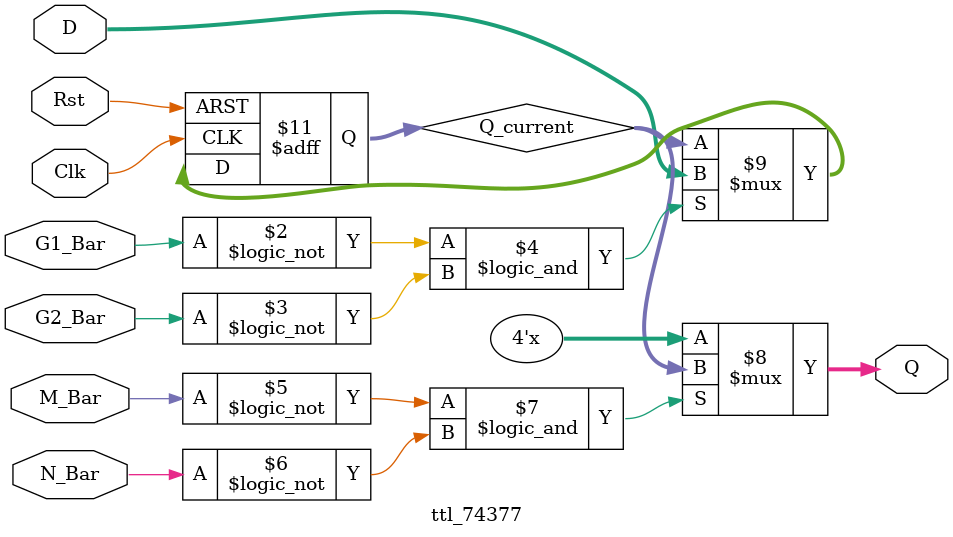
<source format=v>

module ttl_74377 #(parameter WIDTH = 4, DELAY_RISE = 0, DELAY_FALL = 0)
(
  input M_Bar, N_Bar,
  input G1_Bar, G2_Bar,
  input [WIDTH-1:0] D,
  input Clk, Rst,
  output [WIDTH-1:0] Q
);

//------------------------------------------------//
reg [WIDTH-1:0] Q_current;

always @(posedge Clk, posedge Rst)
begin
  if (Rst)
    Q_current <= {WIDTH{1'b0}};
  else if (!G1_Bar && !G2_Bar)
    Q_current <= D;
end
//------------------------------------------------//

assign #(DELAY_RISE, DELAY_FALL) Q =
  !M_Bar && !N_Bar ? Q_current : {WIDTH{1'bZ}};

endmodule

</source>
